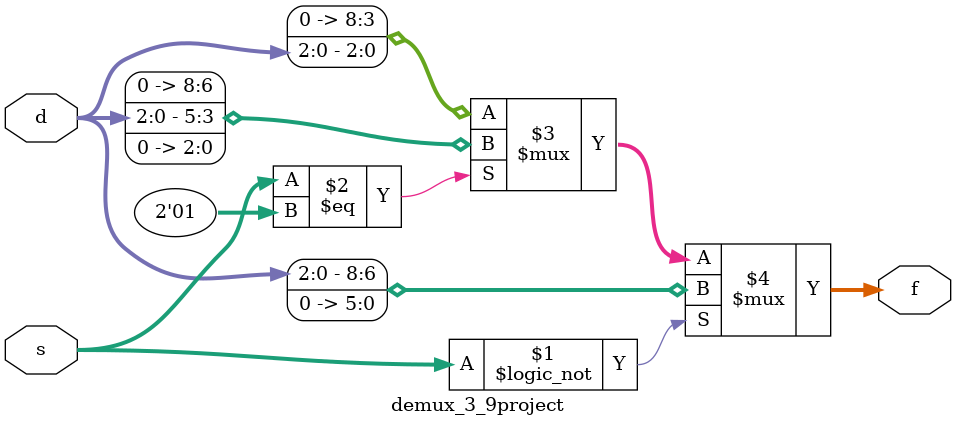
<source format=v>
`timescale 1ns / 1ps

module up_counter_p_3(                      //µ¿±â½Ä
    input clk,
    input reset_p,
    input [3:0] btn,
    output reg [1:0] count
    );

    always @(posedge clk or posedge reset_p) begin
        if(reset_p) count = 3;                         //btn[0]ÀÇ ½ºÀ§Ä¡°¡ Full-UpÀÌ±â ¶§¹®¿¡ Program DeviceÇÒ ¶§ ´­·¯Áö´Â ÆÇÁ¤ ¹ß»ý
                                                       //±×·¡¼­ count = 3À¸·Î ÇÑ µÚ ÇÑ¹ø ´­·¯Áö´Â ÆÇÁ¤ ¹ß»ý ÈÄ count = 0ÀÌ µÇ°Ô ÇÔ
            else begin
                if(btn[0]) begin
                    count = count + 1;    
                    if(count == 2'b11)  count = 0;     //count == 2'b11ÀÌ µÉ ¶§ count´Â ´Ù½Ã 0À¸·Î°¨
                end
            end
    end
endmodule

module up_counter_p_5(                      //µ¿±â½Ä
    input clk,
    input reset_p,
    input btn,
    output reg [2:0] count
    );

    always @(posedge clk or posedge reset_p) begin
        if(reset_p) count = 0;                         //btn[0]ÀÇ ½ºÀ§Ä¡°¡ Full-UpÀÌ±â ¶§¹®¿¡ Program DeviceÇÒ ¶§ ´­·¯Áö´Â ÆÇÁ¤ ¹ß»ý
                                                       //±×·¡¼­ count = 3À¸·Î ÇÑ µÚ ÇÑ¹ø ´­·¯Áö´Â ÆÇÁ¤ ¹ß»ý ÈÄ count = 0ÀÌ µÇ°Ô ÇÔ
            else begin
                if(btn) begin
                    count = count + 1;    
                    if(count == 5)  count = 0;     //count == 2'b11ÀÌ µÉ ¶§ count´Â ´Ù½Ã 0À¸·Î°¨
                end
            end
    end
endmodule

module up_counter_p_test(                      //µ¿±â½Ä
    input clk,
    input reset_p,
    input btn,
    output reg [7:0] count
    );

    always @(posedge clk or posedge reset_p) begin
        if(reset_p) count = 0;                         //btn[0]ÀÇ ½ºÀ§Ä¡°¡ Full-UpÀÌ±â ¶§¹®¿¡ Program DeviceÇÒ ¶§ ´­·¯Áö´Â ÆÇÁ¤ ¹ß»ý
                                                       //±×·¡¼­ count = 3À¸·Î ÇÑ µÚ ÇÑ¹ø ´­·¯Áö´Â ÆÇÁ¤ ¹ß»ý ÈÄ count = 0ÀÌ µÇ°Ô ÇÔ
            else begin
                if(btn) begin
                    count = count + 1;    
                    if(count == 140)  count = 0;     //count == 2'b11ÀÌ µÉ ¶§ count´Â ´Ù½Ã 0À¸·Î°¨
                end
            end
    end
endmodule

module up_counter_p_100(                      //µ¿±â½Ä
    input clk,
    input reset_p,
    input [3:0] btn,
    output reg [6:0] count
    );

    always @(posedge clk or posedge reset_p) begin
        if(reset_p) count = 99;                         //btn[0]ÀÇ ½ºÀ§Ä¡°¡ Full-UpÀÌ±â ¶§¹®¿¡ Program DeviceÇÒ ¶§ ´­·¯Áö´Â ÆÇÁ¤ ¹ß»ý
                                                       //±×·¡¼­ count = 3À¸·Î ÇÑ µÚ ÇÑ¹ø ´­·¯Áö´Â ÆÇÁ¤ ¹ß»ý ÈÄ count = 0ÀÌ µÇ°Ô ÇÔ
            else begin
                if(btn[0]) begin
                    count = count + 1;    
                    if(count == 100)  count = 0;     //count == 2'b11ÀÌ µÉ ¶§ count´Â ´Ù½Ã 0À¸·Î°¨
                end
            end
    end
endmodule

module Watch_Team_Project_Top(
    input clk, reset_p,
    input [3:0] btn,
    output [3:0] com,
    output [7:0] seg_7,
    output reg [7:0] led_bar,
    output buzzer
    );

    wire [1:0] Mode;        

    //¹öÆ°[3] ´­·¯Áú ¶§¸¶´Ù mode¹Ù²î°Ô//
    button_cntr btn_cnt0(.clk(clk), .reset_p(reset_p), .btn(btn[3]), .btn_pe(btn3_press));
    up_counter_p_3 up_c(.clk(clk), .reset_p(reset_p), .btn(btn3_press), .count(Mode));
    //¹öÆ°[3] ´­·¯Áú ¶§¸¶´Ù mode¹Ù²î°Ô//
    
    reg [2:0] btn_module1, btn_module2, btn_module3;
    //Mode¸¶´Ù btnÀ» µû·Î ¹ÞÀ» Reg
    

    reg [15:0] value;               //FND¿¡ »Ñ·ÁÁÙ reg
    wire [15:0] value_watch;   
    wire [15:0] value_stop_watch;
    wire [15:0] value_cook_timer;

    watch_hour_min_project watch(.clk(clk), .reset_p(reset_p), .btn(btn_module1), .value_watch(value_watch));
    //Watch module
    stop_watch_top_pro2_counter100_top_project stop_watch(.clk(clk), .reset_p(reset_p), .btn(btn_module2), .value_stop_watch(value_stop_watch));
    //Stop Watch module
    cook_timer_project cook_timer(.clk(clk), .reset_p(reset_p), .btn(btn_module3), .value_cook_timer(value_cook_timer), .buzzer(buzzer));
    //Cook Timer module

    //¿©±â¼­´Â mode°¡ º¯°æµÉ ¶§¸¶´Ù ¸ðµå¿¡ ¸Â´Â µ¥ÀÌÅÍ¸¦ FND¿¡ »Ñ·ÁÁÖ´Â always¹®
    always @(posedge clk or posedge reset_p) begin
        if(reset_p) led_bar = 0;
        else begin
            if(Mode == 2'b00) begin         //Mode1ÀÏ ¶§ Watch·Î ÀÛµ¿
                led_bar = 8'b0000_0001;     //Mode1ÀÎÁö È®ÀÎ ÇÏ±â À§ÇÑ LED
                btn_module1 = btn[2:0];     //Mode1ÀÏ ¶§ btnÀ» ´©¸¥ °ªÀ» btn_module1ÀÌ¶ó´Â reg¿¡ ÀúÀå
                value = value_watch;        //FND¿¡ »Ñ·ÁÁÙ value¿¡ Watch ModuleÀÇ Ãâ·Â value_watch
            end
            else if(Mode == 2'b01) begin    //Mode2ÀÏ ¶§ Stop_watch·Î ÀÛµ¿
                led_bar = 8'b0000_0010;     //Mode2ÀÎÁö È®ÀÎ ÇÏ±â À§ÇÑ LED
                btn_module2 = btn[2:0];     //Mode2ÀÏ ¶§ btnÀ» ´©¸¥ °ªÀ» btn_module2ÀÌ¶ó´Â reg¿¡ ÀúÀå
                value = value_stop_watch;   //FND¿¡ »Ñ·ÁÁÙ value¿¡ Stop Watch ModuleÀÇ Ãâ·Â value_stop_watch
            end
            else begin                      //Mode3ÀÏ ¶§ Cook_timer·Î ÀÛµ¿
                led_bar = 8'b0000_0100;     //Mode3ÀÎÁö È®ÀÎÇÏ±â À§ÇÑ LED
                btn_module3 = btn[2:0];     //Mode3ÀÏ ¶§ btnÀ» ´©¸¥ °ªÀ» btn_module3ÀÌ¶ó´Â reg¿¡ ÀúÀå
                value = value_cook_timer;   //FND¿¡ »Ñ·ÁÁÙ value¿¡ Cook TimerÀÇ Ãâ·Â value_cook_timer
            end
        end
    end

    FND_4digit_cntr fnd_cntr(.clk(clk), .reset_p(reset_p), .value(value), .com(com), .seg_7(seg_7)); 

endmodule

module demux_1_3_project(
    input d,
    input [1:0] s,
    output [2:0] f
    );
    
    assign f = (s == 2'b00) ? 3'b001 : (s == 2'b01) ? 3'b010 : 3'b100;

endmodule

module demux_3_9project(
    input [2:0] d,
    input [1:0] s,
    output [8:0] f
    );
    
    assign f = (s == 2'b00) ? {d[2:0], 6'b000000} : (s == 2'b01) ? {3'b000, d[2:0], 3'b000} : {6'b000000, d[2:0]};

endmodule
























</source>
